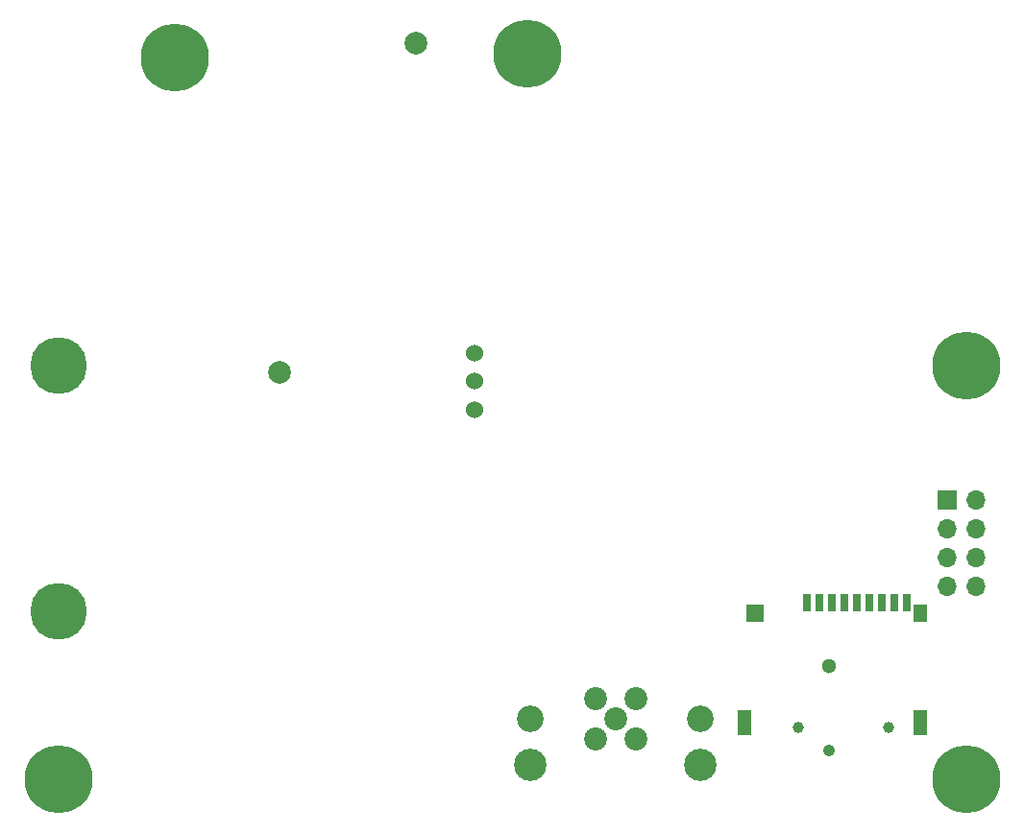
<source format=gbr>
%TF.GenerationSoftware,KiCad,Pcbnew,8.0.5*%
%TF.CreationDate,2024-10-07T01:51:17+09:00*%
%TF.ProjectId,fsk-energymeter,66736b2d-656e-4657-9267-796d65746572,v0.0.1*%
%TF.SameCoordinates,Original*%
%TF.FileFunction,Soldermask,Bot*%
%TF.FilePolarity,Negative*%
%FSLAX46Y46*%
G04 Gerber Fmt 4.6, Leading zero omitted, Abs format (unit mm)*
G04 Created by KiCad (PCBNEW 8.0.5) date 2024-10-07 01:51:17*
%MOMM*%
%LPD*%
G01*
G04 APERTURE LIST*
%ADD10C,3.400000*%
%ADD11C,6.000000*%
%ADD12C,1.050000*%
%ADD13C,1.300000*%
%ADD14C,2.900000*%
%ADD15C,5.000000*%
%ADD16C,2.000000*%
%ADD17C,1.524000*%
%ADD18R,1.700000X1.700000*%
%ADD19O,1.700000X1.700000*%
%ADD20C,2.350000*%
%ADD21C,2.850000*%
%ADD22C,2.025000*%
%ADD23C,1.000000*%
%ADD24R,0.700000X1.600000*%
%ADD25R,1.200000X1.500000*%
%ADD26R,1.200000X2.200000*%
%ADD27R,1.600000X1.500000*%
G04 APERTURE END LIST*
D10*
%TO.C,H5*%
X126800000Y-49600000D03*
D11*
X126800000Y-49600000D03*
%TD*%
D12*
%TO.C,BT1*%
X153400000Y-111100000D03*
D13*
X153400000Y-103650000D03*
%TD*%
D10*
%TO.C,H7*%
X165500000Y-113600000D03*
D11*
X165500000Y-113600000D03*
%TD*%
D14*
%TO.C,H1*%
X85500000Y-77100000D03*
D15*
X85500000Y-77100000D03*
%TD*%
D10*
%TO.C,H3*%
X85500000Y-113600000D03*
D11*
X85500000Y-113600000D03*
%TD*%
D10*
%TO.C,H6*%
X165500000Y-77100000D03*
D11*
X165500000Y-77100000D03*
%TD*%
D16*
%TO.C,U1*%
X105000000Y-77700000D03*
X117000000Y-48700000D03*
D17*
X122200000Y-81000000D03*
X122200000Y-78500000D03*
X122200000Y-76000000D03*
%TD*%
D18*
%TO.C,J2*%
X163800000Y-89000000D03*
D19*
X163800000Y-91540000D03*
X163800000Y-94080000D03*
X163800000Y-96620000D03*
X166340000Y-89000000D03*
X166340000Y-91540000D03*
X166340000Y-94080000D03*
X166340000Y-96620000D03*
%TD*%
D20*
%TO.C,J1*%
X127100000Y-108300000D03*
D21*
X127100000Y-112300000D03*
D20*
X142100000Y-108300000D03*
D21*
X142100000Y-112300000D03*
D22*
X132830000Y-106530000D03*
X136370000Y-106530000D03*
X136370000Y-110070000D03*
X132830000Y-110070000D03*
X134600000Y-108300000D03*
%TD*%
D14*
%TO.C,H2*%
X85500000Y-98800000D03*
D15*
X85500000Y-98800000D03*
%TD*%
D10*
%TO.C,H4*%
X95800000Y-49900000D03*
D11*
X95800000Y-49900000D03*
%TD*%
D23*
%TO.C,J3*%
X158700000Y-109000000D03*
X150700000Y-109000000D03*
D24*
X151500000Y-98000000D03*
X152600000Y-98000000D03*
X153700000Y-98000000D03*
X154800000Y-98000000D03*
X155900000Y-98000000D03*
X157000000Y-98000000D03*
X158100000Y-98000000D03*
X159200000Y-98000000D03*
X160300000Y-98000000D03*
D25*
X161500000Y-99000000D03*
D26*
X161500000Y-108600000D03*
X146000000Y-108600000D03*
D27*
X146900000Y-99000000D03*
%TD*%
M02*

</source>
